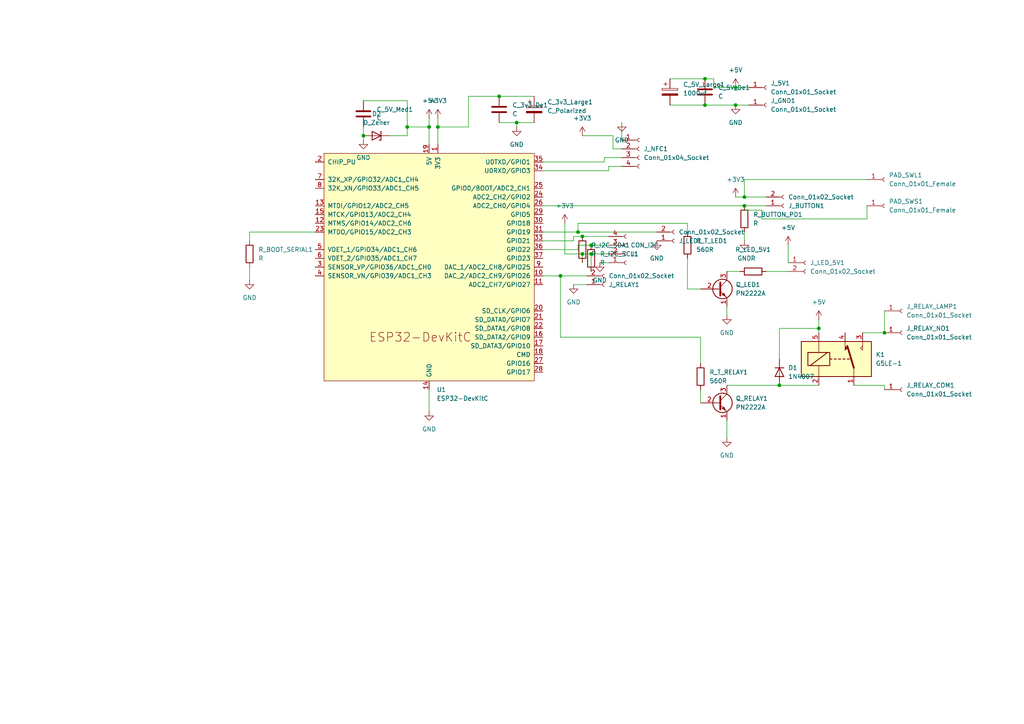
<source format=kicad_sch>
(kicad_sch (version 20231120) (generator "eeschema") (generator_version "8.0")
  (paper "A4")
  (lib_symbols
    (symbol "Connector:Conn_01x01_Female" (pin_names (offset 1.016) hide)
      (property "Reference" "J" (at 0 2.54 0))
      (property "Value" "Conn_01x01_Female" (at 0 -2.54 0))
      (symbol "Conn_01x01_Female_1_1"
        (polyline (pts (xy -1.27 0) (xy -0.508 0)) (stroke (width 0.1524)))
        (arc (start 0 0.508) (mid -0.5058 0) (end 0 -0.508) (stroke (width 0.1524)))
        (pin passive line (at -5.08 0 0) (length 3.81) (name "Pin_1") (number "1"))
      )
    )
    (symbol "Connector:Conn_01x01_Socket" (pin_names (offset 1.016) hide)
      (property "Reference" "J" (at 0 2.54 0))
      (property "Value" "Conn_01x01_Socket" (at 0 -2.54 0))
      (symbol "Conn_01x01_Socket_1_1"
        (polyline (pts (xy -1.27 0) (xy -0.508 0)) (stroke (width 0.1524)))
        (arc (start 0 0.508) (mid -0.5058 0) (end 0 -0.508) (stroke (width 0.1524)))
        (pin passive line (at -5.08 0 0) (length 3.81) (name "Pin_1") (number "1"))
      )
    )
    (symbol "Connector:Conn_01x02_Socket" (pin_names (offset 1.016) hide)
      (property "Reference" "J" (at 0 2.54 0))
      (property "Value" "Conn_01x02_Socket" (at 0 -5.08 0))
      (symbol "Conn_01x02_Socket_1_1"
        (arc (start 0 -2.032) (mid -0.5058 -2.54) (end 0 -3.048) (stroke (width 0.1524)))
        (polyline (pts (xy -1.27 -2.54) (xy -0.508 -2.54)) (stroke (width 0.1524)))
        (polyline (pts (xy -1.27 0) (xy -0.508 0)) (stroke (width 0.1524)))
        (arc (start 0 0.508) (mid -0.5058 0) (end 0 -0.508) (stroke (width 0.1524)))
        (pin passive line (at -5.08 0 0) (length 3.81) (name "Pin_1") (number "1"))
        (pin passive line (at -5.08 -2.54 0) (length 3.81) (name "Pin_2") (number "2"))
      )
    )
    (symbol "Connector:Conn_01x04_Socket" (pin_names (offset 1.016) hide)
      (property "Reference" "J" (at 0 5.08 0))
      (property "Value" "Conn_01x04_Socket" (at 0 -7.62 0))
      (symbol "Conn_01x04_Socket_1_1"
        (arc (start 0 -4.572) (mid -0.5058 -5.08) (end 0 -5.588) (stroke (width 0.1524)))
        (arc (start 0 -2.032) (mid -0.5058 -2.54) (end 0 -3.048) (stroke (width 0.1524)))
        (polyline (pts (xy -1.27 -5.08) (xy -0.508 -5.08)) (stroke (width 0.1524)))
        (polyline (pts (xy -1.27 -2.54) (xy -0.508 -2.54)) (stroke (width 0.1524)))
        (polyline (pts (xy -1.27 0) (xy -0.508 0)) (stroke (width 0.1524)))
        (polyline (pts (xy -1.27 2.54) (xy -0.508 2.54)) (stroke (width 0.1524)))
        (arc (start 0 0.508) (mid -0.5058 0) (end 0 -0.508) (stroke (width 0.1524)))
        (arc (start 0 3.048) (mid -0.5058 2.54) (end 0 2.032) (stroke (width 0.1524)))
        (pin passive line (at -5.08 2.54 0) (length 3.81) (name "Pin_1") (number "1"))
        (pin passive line (at -5.08 0 0) (length 3.81) (name "Pin_2") (number "2"))
        (pin passive line (at -5.08 -2.54 0) (length 3.81) (name "Pin_3") (number "3"))
        (pin passive line (at -5.08 -5.08 0) (length 3.81) (name "Pin_4") (number "4"))
      )
    )
    (symbol "Device:C" (pin_numbers hide) (pin_names (offset 0.254))
      (property "Reference" "C" (at 0.635 2.54 0))
      (property "Value" "C" (at 0.635 -2.54 0))
      (symbol "C_0_1"
        (polyline (pts (xy -2.032 -0.762) (xy 2.032 -0.762)) (stroke (width 0.508)))
        (polyline (pts (xy -2.032 0.762) (xy 2.032 0.762)) (stroke (width 0.508)))
      )
      (symbol "C_1_1"
        (pin passive line (at 0 3.81 270) (length 2.794) (name "~") (number "1"))
        (pin passive line (at 0 -3.81 90) (length 2.794) (name "~") (number "2"))
      )
    )
    (symbol "Device:C_Polarized" (pin_numbers hide) (pin_names (offset 0.254))
      (property "Reference" "C" (at 0.635 2.54 0))
      (property "Value" "C_Polarized" (at 0.635 -2.54 0))
      (symbol "C_Polarized_0_1"
        (rectangle (start -2.286 0.508) (end 2.286 1.016))
        (polyline (pts (xy -1.778 2.286) (xy -0.762 2.286)))
        (polyline (pts (xy -1.27 2.794) (xy -1.27 1.778)))
        (rectangle (start 2.286 -0.508) (end -2.286 -1.016) (fill (type outline)))
      )
      (symbol "C_Polarized_1_1"
        (pin passive line (at 0 3.81 270) (length 2.794) (name "~") (number "1"))
        (pin passive line (at 0 -3.81 90) (length 2.794) (name "~") (number "2"))
      )
    )
    (symbol "Device:D_Zener" (pin_numbers hide) (pin_names (offset 1.016) hide)
      (property "Reference" "D" (at 0 2.54 0))
      (property "Value" "D_Zener" (at 0 -2.54 0))
      (symbol "D_Zener_0_1"
        (polyline (pts (xy 1.27 0) (xy -1.27 0)))
        (polyline (pts (xy -1.27 -1.27) (xy -1.27 1.27) (xy -0.762 1.27)) (stroke (width 0.254)))
        (polyline (pts (xy 1.27 -1.27) (xy 1.27 1.27) (xy -1.27 0) (xy 1.27 -1.27)) (stroke (width 0.254)))
      )
      (symbol "D_Zener_1_1"
        (pin passive line (at -3.81 0 0) (length 2.54) (name "K") (number "1"))
        (pin passive line (at 3.81 0 180) (length 2.54) (name "A") (number "2"))
      )
    )
    (symbol "Device:R" (pin_numbers hide) (pin_names (offset 0))
      (property "Reference" "R" (at 2.032 0 90))
      (property "Value" "R" (at 0 0 90))
      (symbol "R_0_1"
        (rectangle (start -1.016 -2.54) (end 1.016 2.54) (stroke (width 0.254)))
      )
      (symbol "R_1_1"
        (pin passive line (at 0 3.81 270) (length 1.27) (name "~") (number "1"))
        (pin passive line (at 0 -3.81 90) (length 1.27) (name "~") (number "2"))
      )
    )
    (symbol "Diode:1N4007" (pin_numbers hide) (pin_names hide)
      (property "Reference" "D" (at 0 2.54 0))
      (property "Value" "1N4007" (at 0 -2.54 0))
      (symbol "1N4007_0_1"
        (polyline (pts (xy -1.27 1.27) (xy -1.27 -1.27)) (stroke (width 0.254)))
        (polyline (pts (xy 1.27 0) (xy -1.27 0)))
        (polyline (pts (xy 1.27 1.27) (xy 1.27 -1.27) (xy -1.27 0) (xy 1.27 1.27)) (stroke (width 0.254)))
      )
      (symbol "1N4007_1_1"
        (pin passive line (at -3.81 0 0) (length 2.54) (name "K") (number "1"))
        (pin passive line (at 3.81 0 180) (length 2.54) (name "A") (number "2"))
      )
    )
    (symbol "PCM_Espressif:ESP32-DevKitC" (pin_names (offset 1.016))
      (property "Reference" "U" (at -30.48 38.1 0))
      (property "Value" "ESP32-DevKitC" (at -30.48 35.56 0))
      (symbol "ESP32-DevKitC_0_0"
        (text "ESP32-DevKitC" (at -2.54 -20.32 0) (effects (font (size 2.54 2.54))))
        (pin power_in line (at 0 -35.56 90) (length 2.54) (name "GND") (number "14"))
        (pin power_in line (at 0 35.56 270) (length 2.54) (name "5V") (number "19"))
      )
      (symbol "ESP32-DevKitC_0_1"
        (rectangle (start -30.48 33.02) (end 30.48 -33.02) (fill (type background)))
      )
      (symbol "ESP32-DevKitC_1_1"
        (pin power_in line (at 2.54 35.56 270) (length 2.54) (name "3V3") (number "1"))
        (pin bidirectional line (at 33.02 -2.54 180) (length 2.54) (name "DAC_2/ADC2_CH9/GPIO26") (number "10"))
        (pin bidirectional line (at 33.02 -5.08 180) (length 2.54) (name "ADC2_CH7/GPIO27") (number "11"))
        (pin bidirectional line (at -33.02 12.7 0) (length 2.54) (name "MTMS/GPIO14/ADC2_CH6") (number "12"))
        (pin bidirectional line (at -33.02 17.78 0) (length 2.54) (name "MTDI/GPIO12/ADC2_CH5") (number "13"))
        (pin bidirectional line (at -33.02 15.24 0) (length 2.54) (name "MTCK/GPIO13/ADC2_CH4") (number "15"))
        (pin bidirectional line (at 33.02 -20.32 180) (length 2.54) (name "SD_DATA2/GPIO9") (number "16"))
        (pin bidirectional line (at 33.02 -22.86 180) (length 2.54) (name "SD_DATA3/GPIO10") (number "17"))
        (pin bidirectional line (at 33.02 -25.4 180) (length 2.54) (name "CMD") (number "18"))
        (pin input line (at -33.02 30.48 0) (length 2.54) (name "CHIP_PU") (number "2"))
        (pin bidirectional line (at 33.02 -12.7 180) (length 2.54) (name "SD_CLK/GPIO6") (number "20"))
        (pin bidirectional line (at 33.02 -15.24 180) (length 2.54) (name "SD_DATA0/GPIO7") (number "21"))
        (pin bidirectional line (at 33.02 -17.78 180) (length 2.54) (name "SD_DATA1/GPIO8") (number "22"))
        (pin bidirectional line (at -33.02 10.16 0) (length 2.54) (name "MTDO/GPIO15/ADC2_CH3") (number "23"))
        (pin bidirectional line (at 33.02 20.32 180) (length 2.54) (name "ADC2_CH2/GPIO2") (number "24"))
        (pin bidirectional line (at 33.02 22.86 180) (length 2.54) (name "GPIO0/BOOT/ADC2_CH1") (number "25"))
        (pin bidirectional line (at 33.02 17.78 180) (length 2.54) (name "ADC2_CH0/GPIO4") (number "26"))
        (pin bidirectional line (at 33.02 -27.94 180) (length 2.54) (name "GPIO16") (number "27"))
        (pin bidirectional line (at 33.02 -30.48 180) (length 2.54) (name "GPIO17") (number "28"))
        (pin bidirectional line (at 33.02 15.24 180) (length 2.54) (name "GPIO5") (number "29"))
        (pin input line (at -33.02 0 0) (length 2.54) (name "SENSOR_VP/GPIO36/ADC1_CH0") (number "3"))
        (pin bidirectional line (at 33.02 12.7 180) (length 2.54) (name "GPIO18") (number "30"))
        (pin bidirectional line (at 33.02 10.16 180) (length 2.54) (name "GPIO19") (number "31"))
        (pin passive line (at 0 -35.56 90) (length 2.54) hide (name "GND") (number "32"))
        (pin bidirectional line (at 33.02 7.62 180) (length 2.54) (name "GPIO21") (number "33"))
        (pin bidirectional line (at 33.02 27.94 180) (length 2.54) (name "U0RXD/GPIO3") (number "34"))
        (pin bidirectional line (at 33.02 30.48 180) (length 2.54) (name "U0TXD/GPIO1") (number "35"))
        (pin bidirectional line (at 33.02 5.08 180) (length 2.54) (name "GPIO22") (number "36"))
        (pin bidirectional line (at 33.02 2.54 180) (length 2.54) (name "GPIO23") (number "37"))
        (pin passive line (at 0 -35.56 90) (length 2.54) hide (name "GND") (number "38"))
        (pin input line (at -33.02 -2.54 0) (length 2.54) (name "SENSOR_VN/GPIO39/ADC1_CH3") (number "4"))
        (pin input line (at -33.02 5.08 0) (length 2.54) (name "VDET_1/GPIO34/ADC1_CH6") (number "5"))
        (pin input line (at -33.02 2.54 0) (length 2.54) (name "VDET_2/GPIO35/ADC1_CH7") (number "6"))
        (pin bidirectional line (at -33.02 25.4 0) (length 2.54) (name "32K_XP/GPIO32/ADC1_CH4") (number "7"))
        (pin bidirectional line (at -33.02 22.86 0) (length 2.54) (name "32K_XN/GPIO33/ADC1_CH5") (number "8"))
        (pin bidirectional line (at 33.02 0 180) (length 2.54) (name "DAC_1/ADC2_CH8/GPIO25") (number "9"))
      )
    )
    (symbol "Relay:G5LE-1"
      (property "Reference" "K" (at 11.43 3.81 0))
      (property "Value" "G5LE-1" (at 11.43 1.27 0))
      (symbol "G5LE-1_0_0"
        (polyline (pts (xy 7.62 5.08) (xy 7.62 2.54) (xy 6.985 3.175) (xy 7.62 3.81)))
      )
      (symbol "G5LE-1_0_1"
        (rectangle (start -10.16 5.08) (end 10.16 -5.08) (stroke (width 0.254)) (fill (type background)))
        (rectangle (start -8.255 1.905) (end -1.905 -1.905) (stroke (width 0.254)))
        (polyline (pts (xy -7.62 -1.905) (xy -2.54 1.905)) (stroke (width 0.254)))
        (polyline (pts (xy -5.08 -5.08) (xy -5.08 -1.905)))
        (polyline (pts (xy -5.08 5.08) (xy -5.08 1.905)))
        (polyline (pts (xy -1.905 0) (xy -1.27 0)) (stroke (width 0.254)))
        (polyline (pts (xy -0.635 0) (xy 0 0)) (stroke (width 0.254)))
        (polyline (pts (xy 0.635 0) (xy 1.27 0)) (stroke (width 0.254)))
        (polyline (pts (xy 1.905 0) (xy 2.54 0)) (stroke (width 0.254)))
        (polyline (pts (xy 3.175 0) (xy 3.81 0)) (stroke (width 0.254)))
        (polyline (pts (xy 5.08 -2.54) (xy 3.175 3.81)) (stroke (width 0.508)))
        (polyline (pts (xy 5.08 -2.54) (xy 5.08 -5.08)))
        (polyline (pts (xy 2.54 5.08) (xy 2.54 2.54) (xy 3.175 3.175) (xy 2.54 3.81)) (fill (type outline)))
      )
      (symbol "G5LE-1_1_1"
        (pin passive line (at 5.08 -7.62 90) (length 2.54) (name "~") (number "1"))
        (pin passive line (at -5.08 -7.62 90) (length 2.54) (name "~") (number "2"))
        (pin passive line (at 7.62 7.62 270) (length 2.54) (name "~") (number "3"))
        (pin passive line (at 2.54 7.62 270) (length 2.54) (name "~") (number "4"))
        (pin passive line (at -5.08 7.62 270) (length 2.54) (name "~") (number "5"))
      )
    )
    (symbol "Transistor_BJT:PN2222A" (pin_names (offset 0) hide)
      (property "Reference" "Q" (at 5.08 1.905 0))
      (property "Value" "PN2222A" (at 5.08 0 0))
      (symbol "PN2222A_0_1"
        (polyline (pts (xy 0 0) (xy 0.635 0)))
        (polyline (pts (xy 2.54 -2.54) (xy 0.635 -0.635)))
        (polyline (pts (xy 2.54 2.54) (xy 0.635 0.635)))
        (polyline (pts (xy 0.635 1.905) (xy 0.635 -1.905) (xy 0.635 -1.905)) (stroke (width 0.508)))
        (polyline (pts (xy 2.413 -2.413) (xy 1.905 -1.905) (xy 1.905 -1.905)))
        (polyline (pts (xy 1.143 -1.651) (xy 1.651 -1.143) (xy 2.159 -2.159) (xy 1.143 -1.651) (xy 1.143 -1.651)) (fill (type outline)))
        (circle (center 1.27 0) (radius 2.8194) (stroke (width 0.254)))
      )
      (symbol "PN2222A_1_1"
        (pin passive line (at 2.54 -5.08 90) (length 2.54) (name "E") (number "1"))
        (pin input line (at -5.08 0 0) (length 5.08) (name "B") (number "2"))
        (pin passive line (at 2.54 5.08 270) (length 2.54) (name "C") (number "3"))
      )
    )
    (symbol "power:+3V3" (power) (pin_numbers hide) (pin_names (offset 0) hide)
      (property "Value" "+3V3" (at 0 3.556 0))
      (symbol "+3V3_0_1"
        (polyline (pts (xy -0.762 1.27) (xy 0 2.54)))
        (polyline (pts (xy 0 0) (xy 0 2.54)))
        (polyline (pts (xy 0 2.54) (xy 0.762 1.27)))
      )
      (symbol "+3V3_1_1"
        (pin power_in line (at 0 0 90) (length 0) (name "~") (number "1"))
      )
    )
    (symbol "power:+5V" (power) (pin_numbers hide) (pin_names (offset 0) hide)
      (property "Value" "+5V" (at 0 3.556 0))
      (symbol "+5V_0_1"
        (polyline (pts (xy -0.762 1.27) (xy 0 2.54)))
        (polyline (pts (xy 0 0) (xy 0 2.54)))
        (polyline (pts (xy 0 2.54) (xy 0.762 1.27)))
      )
      (symbol "+5V_1_1"
        (pin power_in line (at 0 0 90) (length 0) (name "~") (number "1"))
      )
    )
    (symbol "power:GND" (power) (pin_numbers hide) (pin_names (offset 0) hide)
      (property "Value" "GND" (at 0 -3.81 0))
      (symbol "GND_0_1"
        (polyline (pts (xy 0 0) (xy 0 -1.27) (xy 1.27 -1.27) (xy 0 -2.54) (xy -1.27 -1.27) (xy 0 -1.27)))
      )
      (symbol "GND_1_1"
        (pin power_in line (at 0 0 270) (length 0) (name "~") (number "1"))
      )
    )
  )
  (junction (at 105.41 39.37))
  (junction (at 168.91 73.66))
  (junction (at 167.64 67.31))
  (junction (at 118.11 36.83))
  (junction (at 204.47 22.86))
  (junction (at 144.78 27.94))
  (junction (at 162.56 80.01))
  (junction (at 171.45 73.66))
  (junction (at 204.47 30.48))
  (junction (at 171.45 71.12))
  (junction (at 256.54 96.52))
  (junction (at 226.06 111.76))
  (junction (at 213.36 25.4))
  (junction (at 127 36.83))
  (junction (at 124.46 36.83))
  (junction (at 215.9 57.15))
  (junction (at 237.49 95.25))
  (junction (at 149.86 35.56))
  (junction (at 213.36 30.48))
  (junction (at 168.91 68.58))
  (junction (at 215.9 59.69))
  (wire (pts (xy 215.9 60.96) (xy 220.98 60.96)))
  (wire (pts (xy 177.8 43.18) (xy 180.34 43.18)))
  (wire (pts (xy 226.06 111.76) (xy 237.49 111.76)))
  (wire (pts (xy 199.39 74.93) (xy 199.39 83.82)))
  (wire (pts (xy 213.36 25.4) (xy 207.01 25.4)))
  (wire (pts (xy 226.06 104.14) (xy 226.06 95.25)))
  (wire (pts (xy 222.25 78.74) (xy 228.6 78.74)))
  (wire (pts (xy 118.11 36.83) (xy 124.46 36.83)))
  (wire (pts (xy 171.45 71.12) (xy 176.53 71.12)))
  (wire (pts (xy 157.48 67.31) (xy 167.64 67.31)))
  (wire (pts (xy 163.83 64.77) (xy 163.83 73.66)))
  (wire (pts (xy 144.78 35.56) (xy 149.86 35.56)))
  (wire (pts (xy 204.47 30.48) (xy 213.36 30.48)))
  (wire (pts (xy 207.01 25.4) (xy 207.01 22.86)))
  (wire (pts (xy 167.64 71.12) (xy 171.45 71.12)))
  (wire (pts (xy 171.45 73.66) (xy 176.53 73.66)))
  (wire (pts (xy 237.49 92.71) (xy 237.49 95.25)))
  (wire (pts (xy 215.9 59.69) (xy 222.25 59.69)))
  (wire (pts (xy 256.54 111.76) (xy 256.54 113.03)))
  (wire (pts (xy 171.45 78.74) (xy 171.45 73.66)))
  (wire (pts (xy 157.48 59.69) (xy 215.9 59.69)))
  (wire (pts (xy 204.47 22.86) (xy 194.31 22.86)))
  (wire (pts (xy 207.01 22.86) (xy 204.47 22.86)))
  (wire (pts (xy 210.82 121.92) (xy 210.82 127)))
  (wire (pts (xy 127 36.83) (xy 127 41.91)))
  (wire (pts (xy 251.46 52.07) (xy 215.9 52.07)))
  (wire (pts (xy 166.37 68.58) (xy 168.91 68.58)))
  (wire (pts (xy 167.64 64.77) (xy 199.39 64.77)))
  (wire (pts (xy 124.46 113.03) (xy 124.46 119.38)))
  (wire (pts (xy 199.39 64.77) (xy 199.39 67.31)))
  (wire (pts (xy 135.89 27.94) (xy 144.78 27.94)))
  (wire (pts (xy 210.82 88.9) (xy 210.82 91.44)))
  (wire (pts (xy 215.9 67.31) (xy 215.9 69.85)))
  (wire (pts (xy 215.9 59.69) (xy 215.9 60.96)))
  (wire (pts (xy 166.37 69.85) (xy 166.37 68.58)))
  (wire (pts (xy 251.46 63.5) (xy 251.46 59.69)))
  (wire (pts (xy 175.26 45.72) (xy 180.34 45.72)))
  (wire (pts (xy 210.82 78.74) (xy 214.63 78.74)))
  (wire (pts (xy 118.11 39.37) (xy 118.11 36.83)))
  (wire (pts (xy 213.36 57.15) (xy 215.9 57.15)))
  (wire (pts (xy 168.91 73.66) (xy 168.91 76.2)))
  (wire (pts (xy 220.98 60.96) (xy 220.98 63.5)))
  (wire (pts (xy 199.39 83.82) (xy 203.2 83.82)))
  (wire (pts (xy 256.54 90.17) (xy 256.54 96.52)))
  (wire (pts (xy 213.36 30.48) (xy 217.17 30.48)))
  (wire (pts (xy 168.91 68.58) (xy 176.53 68.58)))
  (wire (pts (xy 180.34 48.26) (xy 176.53 48.26)))
  (wire (pts (xy 127 34.29) (xy 127 36.83)))
  (wire (pts (xy 203.2 113.03) (xy 203.2 116.84)))
  (wire (pts (xy 118.11 29.21) (xy 118.11 36.83)))
  (wire (pts (xy 162.56 80.01) (xy 170.18 80.01)))
  (wire (pts (xy 180.34 35.56) (xy 180.34 40.64)))
  (wire (pts (xy 228.6 71.12) (xy 228.6 76.2)))
  (wire (pts (xy 127 36.83) (xy 135.89 36.83)))
  (wire (pts (xy 72.39 69.85) (xy 72.39 67.31)))
  (wire (pts (xy 215.9 57.15) (xy 222.25 57.15)))
  (wire (pts (xy 203.2 97.79) (xy 162.56 97.79)))
  (wire (pts (xy 203.2 97.79) (xy 203.2 105.41)))
  (wire (pts (xy 72.39 67.31) (xy 91.44 67.31)))
  (wire (pts (xy 157.48 72.39) (xy 167.64 72.39)))
  (wire (pts (xy 176.53 48.26) (xy 176.53 49.53)))
  (wire (pts (xy 157.48 69.85) (xy 166.37 69.85)))
  (wire (pts (xy 168.91 39.37) (xy 177.8 39.37)))
  (wire (pts (xy 157.48 80.01) (xy 162.56 80.01)))
  (wire (pts (xy 167.64 67.31) (xy 167.64 64.77)))
  (wire (pts (xy 113.03 39.37) (xy 118.11 39.37)))
  (wire (pts (xy 144.78 27.94) (xy 154.94 27.94)))
  (wire (pts (xy 173.99 76.2) (xy 176.53 76.2)))
  (wire (pts (xy 163.83 73.66) (xy 168.91 73.66)))
  (wire (pts (xy 226.06 95.25) (xy 237.49 95.25)))
  (wire (pts (xy 210.82 111.76) (xy 226.06 111.76)))
  (wire (pts (xy 154.94 35.56) (xy 149.86 35.56)))
  (wire (pts (xy 72.39 77.47) (xy 72.39 81.28)))
  (wire (pts (xy 167.64 72.39) (xy 167.64 71.12)))
  (wire (pts (xy 176.53 49.53) (xy 157.48 49.53)))
  (wire (pts (xy 215.9 52.07) (xy 215.9 57.15)))
  (wire (pts (xy 168.91 73.66) (xy 171.45 73.66)))
  (wire (pts (xy 247.65 111.76) (xy 256.54 111.76)))
  (wire (pts (xy 105.41 36.83) (xy 105.41 39.37)))
  (wire (pts (xy 250.19 96.52) (xy 256.54 96.52)))
  (wire (pts (xy 124.46 36.83) (xy 124.46 41.91)))
  (wire (pts (xy 175.26 46.99) (xy 175.26 45.72)))
  (wire (pts (xy 124.46 34.29) (xy 124.46 36.83)))
  (wire (pts (xy 194.31 30.48) (xy 204.47 30.48)))
  (wire (pts (xy 166.37 82.55) (xy 170.18 82.55)))
  (wire (pts (xy 162.56 97.79) (xy 162.56 80.01)))
  (wire (pts (xy 149.86 35.56) (xy 149.86 36.83)))
  (wire (pts (xy 105.41 29.21) (xy 118.11 29.21)))
  (wire (pts (xy 105.41 39.37) (xy 105.41 40.64)))
  (wire (pts (xy 135.89 36.83) (xy 135.89 27.94)))
  (wire (pts (xy 157.48 46.99) (xy 175.26 46.99)))
  (wire (pts (xy 177.8 39.37) (xy 177.8 43.18)))
  (wire (pts (xy 220.98 63.5) (xy 251.46 63.5)))
  (wire (pts (xy 213.36 25.4) (xy 217.17 25.4)))
  (wire (pts (xy 237.49 95.25) (xy 237.49 96.52)))
  (wire (pts (xy 190.5 67.31) (xy 167.64 67.31)))
  (symbol (lib_id "Device:R") (at 199.39 71.12 0) (unit 1)
    (property "Reference" "R_T_LED1" (at 201.93 69.8499 0) (effects (justify left)))
    (property "Value" "560R" (at 201.93 72.3899 0) (effects (justify left)))
    (property "Footprint" "Resistor_THT:R_Axial_DIN0207_L6.3mm_D2.5mm_P10.16mm_Horizontal" (effects (hide yes)))
    (property "Description" "Resistor" (effects (hide yes)))
  )
  (symbol (lib_id "Connector:Conn_01x01_Socket") (at 261.62 113.03 0) (unit 1)
    (property "Reference" "J_RELAY_COM1" (at 262.89 111.7599 0) (effects (justify left)))
    (property "Value" "Conn_01x01_Socket" (at 262.89 114.2999 0) (effects (justify left)))
    (property "Footprint" "Connector_Wire:SolderWire-2.5sqmm_1x01_D2.4mm_OD4.4mm" (effects (hide yes)))
    (property "Description" "Generic connector, single row, 01x01, script generated" (effects (hide yes)))
  )
  (symbol (lib_id "Transistor_BJT:PN2222A") (at 208.28 116.84 0) (unit 1)
    (property "Reference" "Q_RELAY1" (at 213.36 115.5699 0) (effects (justify left)))
    (property "Value" "PN2222A" (at 213.36 118.1099 0) (effects (justify left)))
    (property "Footprint" "Package_TO_SOT_THT:TO-92L_HandSolder" (effects (hide yes)))
    (property "Datasheet" "https://www.onsemi.com/pub/Collateral/PN2222-D.PDF" (effects (hide yes)))
    (property "Description" "1A Ic, 40V Vce, NPN Transistor, General Purpose Transistor, TO-92" (effects (hide yes)))
  )
  (symbol (lib_id "Diode:1N4007") (at 226.06 107.95 270) (unit 1)
    (property "Reference" "D1" (at 228.6 106.6799 90) (effects (justify left)))
    (property "Value" "1N4007" (at 228.6 109.2199 90) (effects (justify left)))
    (property "Footprint" "Diode_THT:D_DO-41_SOD81_P10.16mm_Horizontal" (effects (hide yes)))
    (property "Datasheet" "http://www.vishay.com/docs/88503/1n4001.pdf" (effects (hide yes)))
    (property "Description" "1000V 1A General Purpose Rectifier Diode, DO-41" (effects (hide yes)))
    (property "Sim.Device" "D" (effects (hide yes)))
    (property "Sim.Pins" "1=K 2=A" (effects (hide yes)))
  )
  (symbol (lib_id "Device:R") (at 171.45 74.93 0) (unit 1)
    (property "Reference" "R_I2C_SCL1" (at 173.99 73.6599 0) (effects (justify left)))
    (property "Value" "R" (at 173.99 76.1999 0) (effects (justify left)))
    (property "Footprint" "Resistor_THT:R_Axial_DIN0207_L6.3mm_D2.5mm_P10.16mm_Horizontal" (effects (hide yes)))
    (property "Description" "Resistor" (effects (hide yes)))
  )
  (symbol (lib_id "Connector:Conn_01x01_Female") (at 256.54 59.69 0) (unit 1)
    (property "Reference" "PAD_SWS1" (at 257.81 58.4199 0) (effects (justify left)))
    (property "Value" "Conn_01x01_Female" (at 257.81 60.9599 0) (effects (justify left)))
    (property "Footprint" "Connector_Wire:SolderWirePad_1x01_SMD_5x10mm" (effects (hide yes)))
    (property "Description" "Generic connector, single row, 01x01, script generated (kicad-library-utils/schlib/autogen/connector/)" (effects (hide yes)))
  )
  (symbol (lib_id "power:GND") (at 124.46 119.38 0) (unit 1)
    (property "Reference" "#PWR09" (effects (hide yes)))
    (property "Value" "GND" (at 124.46 124.46 0))
    (property "Description" "Power symbol creates a global label with name \"GND\" , ground" (effects (hide yes)))
  )
  (symbol (lib_id "power:+3V3") (at 168.91 39.37 0) (unit 1)
    (property "Reference" "#PWR03" (effects (hide yes)))
    (property "Value" "+3V3" (at 168.91 34.29 0))
    (property "Description" "Power symbol creates a global label with name \"+3V3\"" (effects (hide yes)))
  )
  (symbol (lib_id "power:+5V") (at 213.36 25.4 0) (unit 1)
    (property "Reference" "#PWR016" (effects (hide yes)))
    (property "Value" "+5V" (at 213.36 20.32 0))
    (property "Description" "Power symbol creates a global label with name \"+5V\"" (effects (hide yes)))
  )
  (symbol (lib_id "Device:D_Zener") (at 109.22 39.37 180) (unit 1)
    (property "Reference" "D2" (at 109.22 33.02 0))
    (property "Value" "D_Zener" (at 109.22 35.56 0))
    (property "Footprint" "Diode_THT:D_T-1_P10.16mm_Horizontal" (effects (hide yes)))
    (property "Description" "Zener diode" (effects (hide yes)))
  )
  (symbol (lib_id "power:GND") (at 166.37 82.55 0) (unit 1)
    (property "Reference" "#PWR05" (effects (hide yes)))
    (property "Value" "GND" (at 166.37 87.63 0))
    (property "Description" "Power symbol creates a global label with name \"GND\" , ground" (effects (hide yes)))
  )
  (symbol (lib_id "Connector:Conn_01x01_Female") (at 256.54 52.07 0) (unit 1)
    (property "Reference" "PAD_SWL1" (at 257.81 50.7999 0) (effects (justify left)))
    (property "Value" "Conn_01x01_Female" (at 257.81 53.3399 0) (effects (justify left)))
    (property "Footprint" "Connector_Wire:SolderWirePad_1x01_SMD_5x10mm" (effects (hide yes)))
    (property "Description" "Generic connector, single row, 01x01, script generated (kicad-library-utils/schlib/autogen/connector/)" (effects (hide yes)))
  )
  (symbol (lib_id "Device:R") (at 72.39 73.66 0) (unit 1)
    (property "Reference" "R_BOOT_SERIAL1" (at 74.93 72.3899 0) (effects (justify left)))
    (property "Value" "R" (at 74.93 74.9299 0) (effects (justify left)))
    (property "Footprint" "Resistor_THT:R_Axial_DIN0207_L6.3mm_D2.5mm_P10.16mm_Horizontal" (effects (hide yes)))
    (property "Description" "Resistor" (effects (hide yes)))
  )
  (symbol (lib_id "Connector:Conn_01x04_Socket") (at 181.61 73.66 0) (mirror x) (unit 1)
    (property "Reference" "J1" (at 182.88 73.6601 0) (effects (justify left)))
    (property "Value" "CON_I2C" (at 182.88 71.1201 0) (effects (justify left)))
    (property "Footprint" "Connector_PinHeader_2.54mm:PinHeader_1x04_P2.54mm_Vertical" (effects (hide yes)))
    (property "Description" "Generic connector, single row, 01x04, script generated" (effects (hide yes)))
  )
  (symbol (lib_id "Connector:Conn_01x02_Socket") (at 233.68 76.2 0) (unit 1)
    (property "Reference" "J_LED_5V1" (at 234.95 76.1999 0) (effects (justify left)))
    (property "Value" "Conn_01x02_Socket" (at 234.95 78.7399 0) (effects (justify left)))
    (property "Footprint" "Connector_PinHeader_2.54mm:PinHeader_1x02_P2.54mm_Vertical" (effects (hide yes)))
    (property "Description" "Generic connector, single row, 01x02, script generated" (effects (hide yes)))
  )
  (symbol (lib_id "power:+3V3") (at 127 34.29 0) (unit 1)
    (property "Reference" "#PWR02" (effects (hide yes)))
    (property "Value" "+3V3" (at 127 29.21 0))
    (property "Description" "Power symbol creates a global label with name \"+3V3\"" (effects (hide yes)))
  )
  (symbol (lib_id "power:GND") (at 105.41 40.64 0) (unit 1)
    (property "Reference" "#PWR018" (effects (hide yes)))
    (property "Value" "GND" (at 105.41 45.72 0))
    (property "Description" "Power symbol creates a global label with name \"GND\" , ground" (effects (hide yes)))
  )
  (symbol (lib_id "Connector:Conn_01x02_Socket") (at 175.26 82.55 0) (mirror x) (unit 1)
    (property "Reference" "J_RELAY1" (at 176.53 82.5501 0) (effects (justify left)))
    (property "Value" "Conn_01x02_Socket" (at 176.53 80.0101 0) (effects (justify left)))
    (property "Footprint" "Connector_PinSocket_2.54mm:PinSocket_1x02_P2.54mm_Vertical" (effects (hide yes)))
    (property "Description" "Generic connector, single row, 01x02, script generated" (effects (hide yes)))
  )
  (symbol (lib_id "Device:R") (at 168.91 72.39 0) (unit 1)
    (property "Reference" "R_I2C_SDA1" (at 171.45 71.1199 0) (effects (justify left)))
    (property "Value" "R" (at 171.45 73.6599 0) (effects (justify left)))
    (property "Footprint" "Resistor_THT:R_Axial_DIN0207_L6.3mm_D2.5mm_P10.16mm_Horizontal" (effects (hide yes)))
    (property "Description" "Resistor" (effects (hide yes)))
  )
  (symbol (lib_id "Device:C_Polarized") (at 154.94 31.75 0) (unit 1)
    (property "Reference" "C_3v3_Large1" (at 158.75 29.5909 0) (effects (justify left)))
    (property "Value" "C_Polarized" (at 158.75 32.1309 0) (effects (justify left)))
    (property "Footprint" "Capacitor_THT:CP_Radial_D5.0mm_P2.50mm" (effects (hide yes)))
    (property "Description" "Polarized capacitor" (effects (hide yes)))
  )
  (symbol (lib_id "power:GND") (at 210.82 127 0) (unit 1)
    (property "Reference" "#PWR011" (effects (hide yes)))
    (property "Value" "GND" (at 210.82 132.08 0))
    (property "Description" "Power symbol creates a global label with name \"GND\" , ground" (effects (hide yes)))
  )
  (symbol (lib_id "Connector:Conn_01x01_Socket") (at 222.25 25.4 0) (unit 1)
    (property "Reference" "J_5V1" (at 223.52 24.1299 0) (effects (justify left)))
    (property "Value" "Conn_01x01_Socket" (at 223.52 26.6699 0) (effects (justify left)))
    (property "Footprint" "Connector_Wire:SolderWire-2.5sqmm_1x01_D2.4mm_OD4.4mm" (effects (hide yes)))
    (property "Description" "Generic connector, single row, 01x01, script generated" (effects (hide yes)))
  )
  (symbol (lib_id "Connector:Conn_01x02_Socket") (at 195.58 69.85 0) (mirror x) (unit 1)
    (property "Reference" "J_LED1" (at 196.85 69.8501 0) (effects (justify left)))
    (property "Value" "Conn_01x02_Socket" (at 196.85 67.3101 0) (effects (justify left)))
    (property "Footprint" "Connector_PinHeader_2.54mm:PinHeader_1x02_P2.54mm_Vertical" (effects (hide yes)))
    (property "Description" "Generic connector, single row, 01x02, script generated" (effects (hide yes)))
  )
  (symbol (lib_id "Device:R") (at 215.9 63.5 0) (unit 1)
    (property "Reference" "R_BUTTON_PD1" (at 218.44 62.2299 0) (effects (justify left)))
    (property "Value" "R" (at 218.44 64.7699 0) (effects (justify left)))
    (property "Footprint" "Resistor_THT:R_Axial_DIN0207_L6.3mm_D2.5mm_P10.16mm_Horizontal" (effects (hide yes)))
    (property "Description" "Resistor" (effects (hide yes)))
  )
  (symbol (lib_id "power:GND") (at 149.86 36.83 0) (unit 1)
    (property "Reference" "#PWR017" (effects (hide yes)))
    (property "Value" "GND" (at 149.86 41.91 0))
    (property "Description" "Power symbol creates a global label with name \"GND\" , ground" (effects (hide yes)))
  )
  (symbol (lib_id "power:GND") (at 180.34 35.56 0) (unit 1)
    (property "Reference" "#PWR04" (effects (hide yes)))
    (property "Value" "GND" (at 180.34 40.64 0))
    (property "Description" "Power symbol creates a global label with name \"GND\" , ground" (effects (hide yes)))
  )
  (symbol (lib_id "power:GND") (at 210.82 91.44 0) (unit 1)
    (property "Reference" "#PWR014" (effects (hide yes)))
    (property "Value" "GND" (at 210.82 96.52 0))
    (property "Description" "Power symbol creates a global label with name \"GND\" , ground" (effects (hide yes)))
  )
  (symbol (lib_id "power:GND") (at 72.39 81.28 0) (unit 1)
    (property "Reference" "#PWR01" (effects (hide yes)))
    (property "Value" "GND" (at 72.39 86.36 0))
    (property "Description" "Power symbol creates a global label with name \"GND\" , ground" (effects (hide yes)))
  )
  (symbol (lib_id "Transistor_BJT:PN2222A") (at 208.28 83.82 0) (unit 1)
    (property "Reference" "Q_LED1" (at 213.36 82.5499 0) (effects (justify left)))
    (property "Value" "PN2222A" (at 213.36 85.0899 0) (effects (justify left)))
    (property "Footprint" "Package_TO_SOT_THT:TO-92L_HandSolder" (effects (hide yes)))
    (property "Datasheet" "https://www.onsemi.com/pub/Collateral/PN2222-D.PDF" (effects (hide yes)))
    (property "Description" "1A Ic, 40V Vce, NPN Transistor, General Purpose Transistor, TO-92" (effects (hide yes)))
  )
  (symbol (lib_id "Device:C") (at 105.41 33.02 0) (unit 1)
    (property "Reference" "C_5V_Med1" (at 109.22 31.7499 0) (effects (justify left)))
    (property "Value" "C" (at 109.22 34.2899 0) (effects (justify left)))
    (property "Footprint" "Capacitor_THT:C_Disc_D3.4mm_W2.1mm_P2.50mm" (effects (hide yes)))
    (property "Description" "Unpolarized capacitor" (effects (hide yes)))
  )
  (symbol (lib_id "power:GND") (at 215.9 69.85 0) (unit 1)
    (property "Reference" "#PWR08" (effects (hide yes)))
    (property "Value" "GND" (at 215.9 74.93 0))
    (property "Description" "Power symbol creates a global label with name \"GND\" , ground" (effects (hide yes)))
  )
  (symbol (lib_id "Connector:Conn_01x01_Socket") (at 222.25 30.48 0) (unit 1)
    (property "Reference" "J_GND1" (at 223.52 29.2099 0) (effects (justify left)))
    (property "Value" "Conn_01x01_Socket" (at 223.52 31.7499 0) (effects (justify left)))
    (property "Footprint" "Connector_Wire:SolderWire-2.5sqmm_1x01_D2.4mm_OD4.4mm" (effects (hide yes)))
    (property "Description" "Generic connector, single row, 01x01, script generated" (effects (hide yes)))
  )
  (symbol (lib_id "power:+5V") (at 228.6 71.12 0) (unit 1)
    (property "Reference" "#PWR013" (effects (hide yes)))
    (property "Value" "+5V" (at 228.6 66.04 0))
    (property "Description" "Power symbol creates a global label with name \"+5V\"" (effects (hide yes)))
  )
  (symbol (lib_id "Device:C_Polarized") (at 194.31 26.67 0) (unit 1)
    (property "Reference" "C_5V_Large1" (at 198.12 24.5109 0) (effects (justify left)))
    (property "Value" "1000uf" (at 198.12 27.0509 0) (effects (justify left)))
    (property "Footprint" "Capacitor_THT:CP_Radial_D8.0mm_P5.00mm" (effects (hide yes)))
    (property "Description" "Polarized capacitor" (effects (hide yes)))
  )
  (symbol (lib_id "Connector:Conn_01x01_Socket") (at 261.62 96.52 0) (unit 1)
    (property "Reference" "J_RELAY_NO1" (at 262.89 95.2499 0) (effects (justify left)))
    (property "Value" "Conn_01x01_Socket" (at 262.89 97.7899 0) (effects (justify left)))
    (property "Footprint" "Connector_Wire:SolderWire-2.5sqmm_1x01_D2.4mm_OD4.4mm" (effects (hide yes)))
    (property "Description" "Generic connector, single row, 01x01, script generated" (effects (hide yes)))
  )
  (symbol (lib_id "Device:R") (at 218.44 78.74 90) (unit 1)
    (property "Reference" "R_LED_5V1" (at 218.44 72.39 90))
    (property "Value" "R" (at 218.44 74.93 90))
    (property "Footprint" "Resistor_THT:R_Axial_DIN0207_L6.3mm_D2.5mm_P10.16mm_Horizontal" (effects (hide yes)))
    (property "Description" "Resistor" (effects (hide yes)))
  )
  (symbol (lib_id "power:GND") (at 213.36 30.48 0) (unit 1)
    (property "Reference" "#PWR015" (effects (hide yes)))
    (property "Value" "GND" (at 213.36 35.56 0))
    (property "Description" "Power symbol creates a global label with name \"GND\" , ground" (effects (hide yes)))
  )
  (symbol (lib_id "power:+5V") (at 124.46 34.29 0) (unit 1)
    (property "Reference" "#PWR012" (effects (hide yes)))
    (property "Value" "+5V" (at 124.46 29.21 0))
    (property "Description" "Power symbol creates a global label with name \"+5V\"" (effects (hide yes)))
  )
  (symbol (lib_id "Device:C") (at 204.47 26.67 0) (unit 1)
    (property "Reference" "C_5V_De1" (at 208.28 25.3999 0) (effects (justify left)))
    (property "Value" "C" (at 208.28 27.9399 0) (effects (justify left)))
    (property "Footprint" "Capacitor_THT:C_Disc_D3.4mm_W2.1mm_P2.50mm" (effects (hide yes)))
    (property "Description" "Unpolarized capacitor" (effects (hide yes)))
  )
  (symbol (lib_id "Connector:Conn_01x01_Socket") (at 261.62 90.17 0) (unit 1)
    (property "Reference" "J_RELAY_LAMP1" (at 262.89 88.8999 0) (effects (justify left)))
    (property "Value" "Conn_01x01_Socket" (at 262.89 91.4399 0) (effects (justify left)))
    (property "Footprint" "Connector_Wire:SolderWire-2.5sqmm_1x01_D2.4mm_OD4.4mm" (effects (hide yes)))
    (property "Description" "Generic connector, single row, 01x01, script generated" (effects (hide yes)))
  )
  (symbol (lib_id "power:+5V") (at 237.49 92.71 0) (unit 1)
    (property "Reference" "#PWR010" (effects (hide yes)))
    (property "Value" "+5V" (at 237.49 87.63 0))
    (property "Description" "Power symbol creates a global label with name \"+5V\"" (effects (hide yes)))
  )
  (symbol (lib_id "Connector:Conn_01x02_Socket") (at 227.33 59.69 0) (mirror x) (unit 1)
    (property "Reference" "J_BUTTON1" (at 228.6 59.6901 0) (effects (justify left)))
    (property "Value" "Conn_01x02_Socket" (at 228.6 57.1501 0) (effects (justify left)))
    (property "Footprint" "Connector_PinHeader_2.54mm:PinHeader_1x02_P2.54mm_Vertical" (effects (hide yes)))
    (property "Description" "Generic connector, single row, 01x02, script generated" (effects (hide yes)))
  )
  (symbol (lib_id "Connector:Conn_01x04_Socket") (at 185.42 43.18 0) (unit 1)
    (property "Reference" "J_NFC1" (at 186.69 43.1799 0) (effects (justify left)))
    (property "Value" "Conn_01x04_Socket" (at 186.69 45.7199 0) (effects (justify left)))
    (property "Footprint" "Connector_PinHeader_2.54mm:PinHeader_1x04_P2.54mm_Vertical" (effects (hide yes)))
    (property "Description" "Generic connector, single row, 01x04, script generated" (effects (hide yes)))
  )
  (symbol (lib_id "power:+3V3") (at 163.83 64.77 0) (unit 1)
    (property "Reference" "#PWR020" (effects (hide yes)))
    (property "Value" "+3V3" (at 163.83 59.69 0))
    (property "Description" "Power symbol creates a global label with name \"+3V3\"" (effects (hide yes)))
  )
  (symbol (lib_id "Device:C") (at 144.78 31.75 0) (unit 1)
    (property "Reference" "C_3v3_De1" (at 148.59 30.4799 0) (effects (justify left)))
    (property "Value" "C" (at 148.59 33.0199 0) (effects (justify left)))
    (property "Footprint" "Capacitor_THT:C_Disc_D3.4mm_W2.1mm_P2.50mm" (effects (hide yes)))
    (property "Description" "Unpolarized capacitor" (effects (hide yes)))
  )
  (symbol (lib_id "power:GND") (at 190.5 69.85 0) (unit 1)
    (property "Reference" "#PWR06" (effects (hide yes)))
    (property "Value" "GND" (at 190.5 74.93 0))
    (property "Description" "Power symbol creates a global label with name \"GND\" , ground" (effects (hide yes)))
  )
  (symbol (lib_id "PCM_Espressif:ESP32-DevKitC") (at 124.46 77.47 0) (unit 1)
    (property "Reference" "U1" (at 126.6541 113.03 0) (effects (justify left)))
    (property "Value" "ESP32-DevKitC" (at 126.6541 115.57 0) (effects (justify left)))
    (property "Footprint" "PCM_Espressif:ESP32-DevKitC" (effects (hide yes)))
    (property "Datasheet" "https://docs.espressif.com/projects/esp-idf/zh_CN/latest/esp32/hw-reference/esp32/get-started-devkitc.html" (effects (hide yes)))
    (property "Description" "Development Kit" (effects (hide yes)))
  )
  (symbol (lib_id "power:+3V3") (at 213.36 57.15 0) (unit 1)
    (property "Reference" "#PWR07" (effects (hide yes)))
    (property "Value" "+3V3" (at 213.36 52.07 0))
    (property "Description" "Power symbol creates a global label with name \"+3V3\"" (effects (hide yes)))
  )
  (symbol (lib_id "power:GND") (at 173.99 76.2 0) (unit 1)
    (property "Reference" "#PWR019" (effects (hide yes)))
    (property "Value" "GND" (at 173.99 81.28 0))
    (property "Description" "Power symbol creates a global label with name \"GND\" , ground" (effects (hide yes)))
  )
  (symbol (lib_id "Device:R") (at 203.2 109.22 0) (unit 1)
    (property "Reference" "R_T_RELAY1" (at 205.74 107.9499 0) (effects (justify left)))
    (property "Value" "560R" (at 205.74 110.4899 0) (effects (justify left)))
    (property "Footprint" "Resistor_THT:R_Axial_DIN0207_L6.3mm_D2.5mm_P10.16mm_Horizontal" (effects (hide yes)))
    (property "Description" "Resistor" (effects (hide yes)))
  )
  (symbol (lib_id "Relay:G5LE-1") (at 242.57 104.14 0) (unit 1)
    (property "Reference" "K1" (at 254 102.8699 0) (effects (justify left)))
    (property "Value" "G5LE-1" (at 254 105.4099 0) (effects (justify left)))
    (property "Footprint" "Relay_THT:Relay_SPDT_Omron-G5LE-1" (effects (hide yes)))
    (property "Datasheet" "http://www.omron.com/ecb/products/pdf/en-g5le.pdf" (effects (hide yes)))
    (property "Description" "Omron G5LE relay, Miniature Single Pole, SPDT, 10A" (effects (hide yes)))
  )
)
</source>
